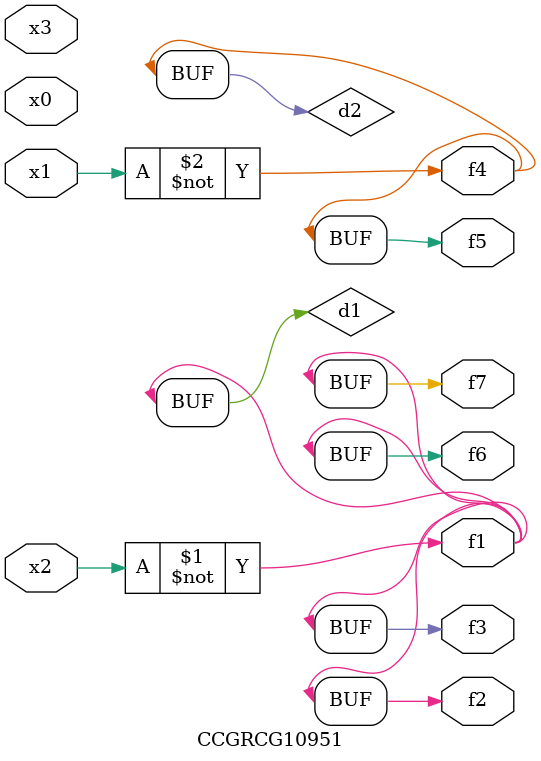
<source format=v>
module CCGRCG10951(
	input x0, x1, x2, x3,
	output f1, f2, f3, f4, f5, f6, f7
);

	wire d1, d2;

	xnor (d1, x2);
	not (d2, x1);
	assign f1 = d1;
	assign f2 = d1;
	assign f3 = d1;
	assign f4 = d2;
	assign f5 = d2;
	assign f6 = d1;
	assign f7 = d1;
endmodule

</source>
